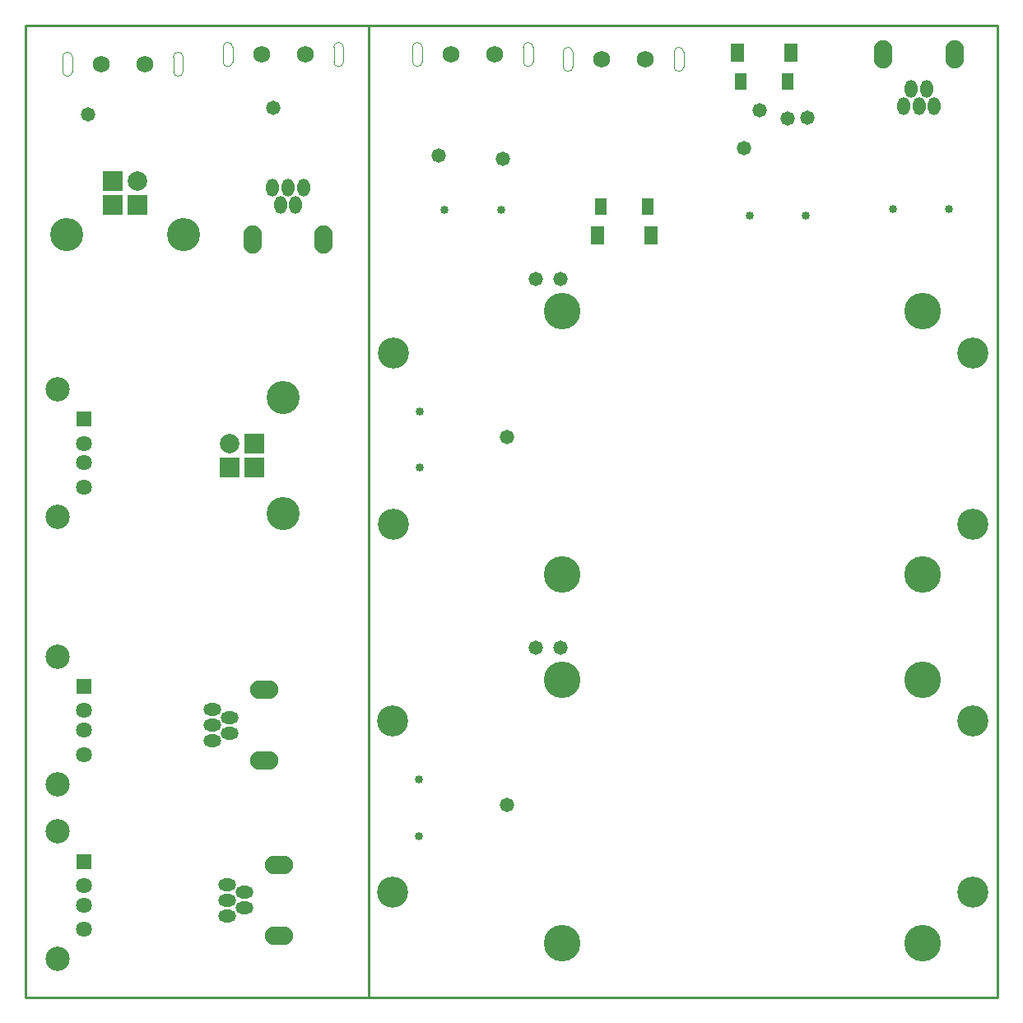
<source format=gbs>
G04*
G04 #@! TF.GenerationSoftware,Altium Limited,CircuitStudio,1.5.2 (1.5.2.30)*
G04*
G04 Layer_Color=8150272*
%FSLAX25Y25*%
%MOIN*%
G70*
G01*
G75*
%ADD27C,0.01000*%
%ADD32C,0.00000*%
%ADD75C,0.06902*%
%ADD76O,0.07493X0.11430*%
%ADD77O,0.05131X0.07296*%
%ADD78C,0.03359*%
%ADD79R,0.05118X0.06693*%
%ADD80R,0.05512X0.07480*%
%ADD81C,0.14816*%
%ADD82C,0.12611*%
%ADD83C,0.09855*%
%ADD84C,0.06422*%
%ADD85R,0.06422X0.06422*%
%ADD86O,0.11430X0.07493*%
%ADD87O,0.07296X0.05131*%
%ADD88R,0.07887X0.07887*%
%ADD89C,0.07887*%
%ADD90C,0.13398*%
%ADD91R,0.07887X0.07887*%
%ADD92C,0.05800*%
D27*
X100000Y100000D02*
X493701D01*
Y493701D01*
X100000D02*
X493701D01*
X100000Y100000D02*
Y493701D01*
X238976Y100000D02*
Y493701D01*
D32*
X161811Y473032D02*
G03*
X163779Y475000I0J1969D01*
G01*
X159843D02*
G03*
X161811Y473032I1969J0D01*
G01*
Y482874D02*
G03*
X159843Y480905I0J-1969D01*
G01*
X163779D02*
G03*
X161811Y482874I-1969J0D01*
G01*
X116929Y473032D02*
G03*
X118898Y475000I0J1969D01*
G01*
X114961D02*
G03*
X116929Y473032I1969J0D01*
G01*
Y482874D02*
G03*
X114961Y480905I0J-1969D01*
G01*
X118898D02*
G03*
X116929Y482874I-1969J0D01*
G01*
X321654D02*
G03*
X319685Y484842I-1969J0D01*
G01*
D02*
G03*
X317717Y482874I0J-1969D01*
G01*
Y476968D02*
G03*
X319685Y475000I1969J0D01*
G01*
D02*
G03*
X321654Y476968I0J1969D01*
G01*
X366535Y482874D02*
G03*
X364567Y484842I-1969J0D01*
G01*
D02*
G03*
X362598Y482874I0J-1969D01*
G01*
Y476968D02*
G03*
X364567Y475000I1969J0D01*
G01*
D02*
G03*
X366535Y476968I0J1969D01*
G01*
X226772D02*
G03*
X228740Y478937I0J1969D01*
G01*
X224803D02*
G03*
X226772Y476968I1969J0D01*
G01*
Y486811D02*
G03*
X224803Y484842I0J-1969D01*
G01*
X228740D02*
G03*
X226772Y486811I-1969J0D01*
G01*
X181890Y476968D02*
G03*
X183858Y478937I0J1969D01*
G01*
X179921D02*
G03*
X181890Y476968I1969J0D01*
G01*
Y486811D02*
G03*
X179921Y484842I0J-1969D01*
G01*
X183858D02*
G03*
X181890Y486811I-1969J0D01*
G01*
X260630Y484842D02*
G03*
X258661Y486811I-1969J0D01*
G01*
D02*
G03*
X256693Y484842I0J-1969D01*
G01*
Y478937D02*
G03*
X258661Y476968I1969J0D01*
G01*
D02*
G03*
X260630Y478937I0J1969D01*
G01*
X305512Y484842D02*
G03*
X303543Y486811I-1969J0D01*
G01*
D02*
G03*
X301575Y484842I0J-1969D01*
G01*
Y478937D02*
G03*
X303543Y476968I1969J0D01*
G01*
D02*
G03*
X305512Y478937I0J1969D01*
G01*
X159843Y475000D02*
Y480905D01*
X163779Y475000D02*
Y480905D01*
X114961Y475000D02*
Y480905D01*
X118898Y475000D02*
Y480905D01*
X321654Y476968D02*
Y482874D01*
X317717Y476968D02*
Y482874D01*
X366535Y476968D02*
Y482874D01*
X362598Y476968D02*
Y482874D01*
X224803Y478937D02*
Y484842D01*
X228740Y478937D02*
Y484842D01*
X179921Y478937D02*
Y484842D01*
X183858Y478937D02*
Y484842D01*
X260630Y478937D02*
Y484842D01*
X256693Y478937D02*
Y484842D01*
X305512Y478937D02*
Y484842D01*
X301575Y478937D02*
Y484842D01*
D75*
X148228Y477953D02*
D03*
X130512D02*
D03*
X333268Y479921D02*
D03*
X350984D02*
D03*
X213189Y481890D02*
D03*
X195472D02*
D03*
X272244D02*
D03*
X289961D02*
D03*
D76*
X447441Y482087D02*
D03*
X476181D02*
D03*
X220669Y406890D02*
D03*
X191929D02*
D03*
D77*
X455512Y461024D02*
D03*
X461811D02*
D03*
X468110D02*
D03*
X458661Y468110D02*
D03*
X464961D02*
D03*
X212598Y427953D02*
D03*
X206299D02*
D03*
X200000D02*
D03*
X209449Y420866D02*
D03*
X203150D02*
D03*
D78*
X451221Y419291D02*
D03*
X473976D02*
D03*
X393347Y416535D02*
D03*
X416102D02*
D03*
X259449Y188150D02*
D03*
Y165394D02*
D03*
X269724Y418898D02*
D03*
X292480D02*
D03*
X259547Y337264D02*
D03*
Y314508D02*
D03*
D79*
X389665Y470965D02*
D03*
X408760D02*
D03*
X352067Y420374D02*
D03*
X332972D02*
D03*
D80*
X410039Y482776D02*
D03*
X388386D02*
D03*
X331693Y408563D02*
D03*
X353346D02*
D03*
D81*
X317323Y122047D02*
D03*
X463189D02*
D03*
Y228740D02*
D03*
X317323D02*
D03*
X317421Y271161D02*
D03*
X463287D02*
D03*
Y377854D02*
D03*
X317421D02*
D03*
D82*
X483661Y211811D02*
D03*
Y142559D02*
D03*
X248780D02*
D03*
Y211811D02*
D03*
X483760Y360925D02*
D03*
Y291673D02*
D03*
X248878D02*
D03*
Y360925D02*
D03*
D83*
X112992Y115472D02*
D03*
Y167205D02*
D03*
Y294606D02*
D03*
Y346339D02*
D03*
Y186339D02*
D03*
Y238071D02*
D03*
D84*
X123661Y127559D02*
D03*
Y137402D02*
D03*
Y145276D02*
D03*
Y306693D02*
D03*
Y316535D02*
D03*
Y324410D02*
D03*
Y198425D02*
D03*
Y208268D02*
D03*
Y216142D02*
D03*
D85*
Y155118D02*
D03*
Y334252D02*
D03*
Y225984D02*
D03*
D86*
X202559Y153740D02*
D03*
Y125000D02*
D03*
X196653Y224606D02*
D03*
Y195866D02*
D03*
D87*
X181496Y145669D02*
D03*
Y139370D02*
D03*
Y133071D02*
D03*
X188583Y142520D02*
D03*
Y136221D02*
D03*
X175591Y216535D02*
D03*
Y210236D02*
D03*
Y203937D02*
D03*
X182677Y213386D02*
D03*
Y207087D02*
D03*
D88*
X192520Y324410D02*
D03*
Y314567D02*
D03*
X182677D02*
D03*
D89*
Y324410D02*
D03*
X145276Y430709D02*
D03*
D90*
X204331Y343110D02*
D03*
Y295866D02*
D03*
X163976Y409055D02*
D03*
X116732D02*
D03*
D91*
X145276Y420866D02*
D03*
X135433D02*
D03*
Y430709D02*
D03*
D92*
X267323Y440945D02*
D03*
X293307Y439764D02*
D03*
X416535Y456299D02*
D03*
X390945Y444095D02*
D03*
X397244Y459449D02*
D03*
X408661Y455905D02*
D03*
X294882Y177953D02*
D03*
X316535Y241732D02*
D03*
X306693D02*
D03*
X200394Y460236D02*
D03*
X125197Y457480D02*
D03*
X306791Y390846D02*
D03*
X316634D02*
D03*
X294980Y327067D02*
D03*
M02*

</source>
